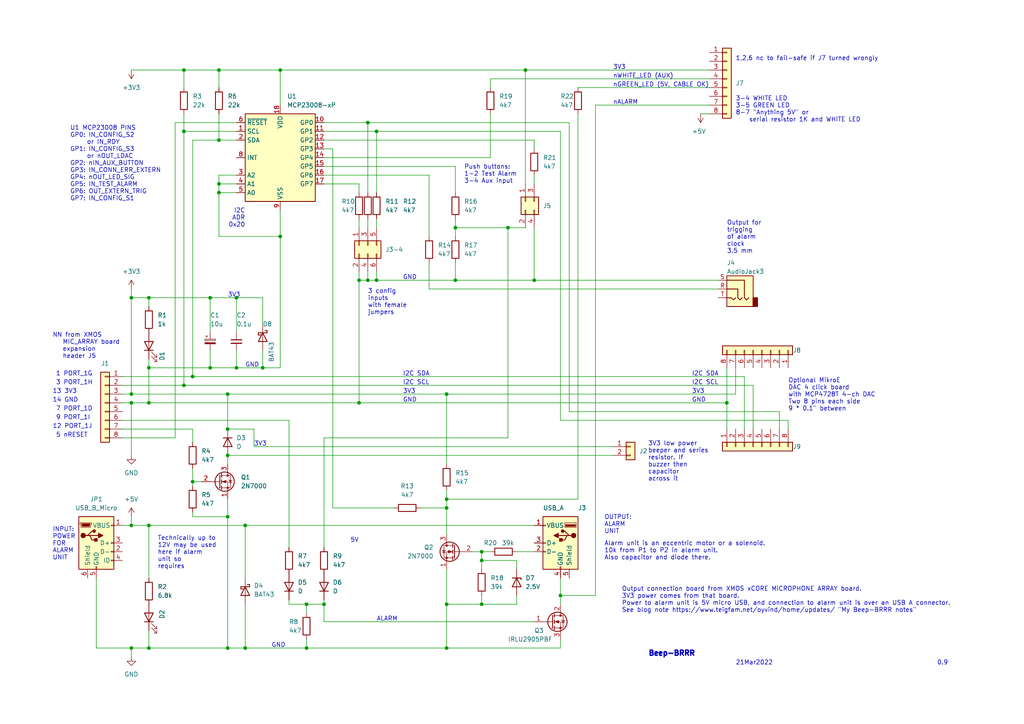
<source format=kicad_sch>
(kicad_sch (version 20211123) (generator eeschema)
  (paper "A4")
  (lib_symbols
    (symbol "Connector:AudioJack3"
      (property "Reference" "J" (at 0 8.89 0))
      (property "Value" "AudioJack3" (at 0 6.35 0))
      (symbol "AudioJack3_0_1"
        (rectangle (start -5.08 -5.08) (end -6.35 -2.54) (stroke (width 0.254)) (fill (type outline)))
        (polyline (pts (xy 0 -2.54) (xy 0.635 -3.175) (xy 1.27 -2.54) (xy 2.54 -2.54)) (stroke (width 0.254)))
        (polyline (pts (xy -1.905 -2.54) (xy -1.27 -3.175) (xy -0.635 -2.54) (xy -0.635 0) (xy 2.54 0)) (stroke (width 0.254)))
        (polyline (pts (xy 2.54 2.54) (xy -2.54 2.54) (xy -2.54 -2.54) (xy -3.175 -3.175) (xy -3.81 -2.54)) (stroke (width 0.254)))
        (rectangle (start 2.54 3.81) (end -5.08 -5.08) (stroke (width 0.254)) (fill (type background)))
      )
      (symbol "AudioJack3_1_1"
        (pin passive line (at 5.08 0 180) (length 2.54) (name "~") (number "R"))
        (pin passive line (at 5.08 2.54 180) (length 2.54) (name "~") (number "S"))
        (pin passive line (at 5.08 -2.54 180) (length 2.54) (name "~") (number "T"))
      )
    )
    (symbol "Connector:USB_A" (pin_names (offset 1.016))
      (property "Reference" "J" (at -5.08 11.43 0))
      (property "Value" "USB_A" (at -5.08 8.89 0))
      (symbol "USB_A_0_1"
        (rectangle (start -5.08 -7.62) (end 5.08 7.62) (stroke (width 0.254)) (fill (type background)))
        (circle (center -3.81 2.159) (radius 0.635) (stroke (width 0.254)) (fill (type outline)))
        (rectangle (start -1.524 4.826) (end -4.318 5.334) (fill (type outline)))
        (rectangle (start -1.27 4.572) (end -4.572 5.842))
        (circle (center -0.635 3.429) (radius 0.381) (stroke (width 0.254)) (fill (type outline)))
        (rectangle (start -0.127 -7.62) (end 0.127 -6.858))
        (polyline (pts (xy -3.175 2.159) (xy -2.54 2.159) (xy -1.27 3.429) (xy -0.635 3.429)) (stroke (width 0.254)))
        (polyline (pts (xy -2.54 2.159) (xy -1.905 2.159) (xy -1.27 0.889) (xy 0 0.889)) (stroke (width 0.254)))
        (polyline (pts (xy 0.635 2.794) (xy 0.635 1.524) (xy 1.905 2.159) (xy 0.635 2.794)) (stroke (width 0.254)) (fill (type outline)))
        (rectangle (start 0.254 1.27) (end -0.508 0.508) (stroke (width 0.254)) (fill (type outline)))
        (rectangle (start 5.08 -2.667) (end 4.318 -2.413))
        (rectangle (start 5.08 -0.127) (end 4.318 0.127))
        (rectangle (start 5.08 4.953) (end 4.318 5.207))
      )
      (symbol "USB_A_1_1"
        (polyline (pts (xy -1.905 2.159) (xy 0.635 2.159)) (stroke (width 0.254)))
        (pin power_in line (at 7.62 5.08 180) (length 2.54) (name "VBUS") (number "1"))
        (pin bidirectional line (at 7.62 -2.54 180) (length 2.54) (name "D-") (number "2"))
        (pin bidirectional line (at 7.62 0 180) (length 2.54) (name "D+") (number "3"))
        (pin power_in line (at 0 -10.16 90) (length 2.54) (name "GND") (number "4"))
        (pin passive line (at -2.54 -10.16 90) (length 2.54) (name "Shield") (number "5"))
      )
    )
    (symbol "Connector:USB_B_Micro" (pin_names (offset 1.016))
      (property "Reference" "J" (at -5.08 11.43 0))
      (property "Value" "USB_B_Micro" (at -5.08 8.89 0))
      (symbol "USB_B_Micro_0_1"
        (rectangle (start -5.08 -7.62) (end 5.08 7.62) (stroke (width 0.254)) (fill (type background)))
        (circle (center -3.81 2.159) (radius 0.635) (stroke (width 0.254)) (fill (type outline)))
        (circle (center -0.635 3.429) (radius 0.381) (stroke (width 0.254)) (fill (type outline)))
        (rectangle (start -0.127 -7.62) (end 0.127 -6.858))
        (polyline (pts (xy -1.905 2.159) (xy 0.635 2.159)) (stroke (width 0.254)))
        (polyline (pts (xy -3.175 2.159) (xy -2.54 2.159) (xy -1.27 3.429) (xy -0.635 3.429)) (stroke (width 0.254)))
        (polyline (pts (xy -2.54 2.159) (xy -1.905 2.159) (xy -1.27 0.889) (xy 0 0.889)) (stroke (width 0.254)))
        (polyline (pts (xy 0.635 2.794) (xy 0.635 1.524) (xy 1.905 2.159) (xy 0.635 2.794)) (stroke (width 0.254)) (fill (type outline)))
        (polyline (pts (xy -4.318 5.588) (xy -1.778 5.588) (xy -2.032 4.826) (xy -4.064 4.826) (xy -4.318 5.588)) (fill (type outline)))
        (polyline (pts (xy -4.699 5.842) (xy -4.699 5.588) (xy -4.445 4.826) (xy -4.445 4.572) (xy -1.651 4.572) (xy -1.651 4.826) (xy -1.397 5.588) (xy -1.397 5.842) (xy -4.699 5.842)))
        (rectangle (start 0.254 1.27) (end -0.508 0.508) (stroke (width 0.254)) (fill (type outline)))
        (rectangle (start 5.08 -5.207) (end 4.318 -4.953))
        (rectangle (start 5.08 -2.667) (end 4.318 -2.413))
        (rectangle (start 5.08 -0.127) (end 4.318 0.127))
        (rectangle (start 5.08 4.953) (end 4.318 5.207))
      )
      (symbol "USB_B_Micro_1_1"
        (pin power_out line (at 7.62 5.08 180) (length 2.54) (name "VBUS") (number "1"))
        (pin bidirectional line (at 7.62 -2.54 180) (length 2.54) (name "D-") (number "2"))
        (pin bidirectional line (at 7.62 0 180) (length 2.54) (name "D+") (number "3"))
        (pin passive line (at 7.62 -5.08 180) (length 2.54) (name "ID") (number "4"))
        (pin power_out line (at 0 -10.16 90) (length 2.54) (name "GND") (number "5"))
        (pin passive line (at -2.54 -10.16 90) (length 2.54) (name "Shield") (number "6"))
      )
    )
    (symbol "Connector_Generic:Conn_01x02" (pin_names (offset 1.016) hide)
      (property "Reference" "J" (at 0 2.54 0))
      (property "Value" "Conn_01x02" (at 0 -5.08 0))
      (symbol "Conn_01x02_1_1"
        (rectangle (start -1.27 -2.413) (end 0 -2.667) (stroke (width 0.1524)))
        (rectangle (start -1.27 0.127) (end 0 -0.127) (stroke (width 0.1524)))
        (rectangle (start -1.27 1.27) (end 1.27 -3.81) (stroke (width 0.254)) (fill (type background)))
        (pin passive line (at -5.08 0 0) (length 3.81) (name "Pin_1") (number "1"))
        (pin passive line (at -5.08 -2.54 0) (length 3.81) (name "Pin_2") (number "2"))
      )
    )
    (symbol "Connector_Generic:Conn_01x08" (pin_names (offset 1.016) hide)
      (property "Reference" "J" (at 0 10.16 0))
      (property "Value" "Conn_01x08" (at 0 -12.7 0))
      (symbol "Conn_01x08_1_1"
        (rectangle (start -1.27 -10.033) (end 0 -10.287) (stroke (width 0.1524)))
        (rectangle (start -1.27 -7.493) (end 0 -7.747) (stroke (width 0.1524)))
        (rectangle (start -1.27 -4.953) (end 0 -5.207) (stroke (width 0.1524)))
        (rectangle (start -1.27 -2.413) (end 0 -2.667) (stroke (width 0.1524)))
        (rectangle (start -1.27 0.127) (end 0 -0.127) (stroke (width 0.1524)))
        (rectangle (start -1.27 2.667) (end 0 2.413) (stroke (width 0.1524)))
        (rectangle (start -1.27 5.207) (end 0 4.953) (stroke (width 0.1524)))
        (rectangle (start -1.27 7.747) (end 0 7.493) (stroke (width 0.1524)))
        (rectangle (start -1.27 8.89) (end 1.27 -11.43) (stroke (width 0.254)) (fill (type background)))
        (pin passive line (at -5.08 7.62 0) (length 3.81) (name "Pin_1") (number "1"))
        (pin passive line (at -5.08 5.08 0) (length 3.81) (name "Pin_2") (number "2"))
        (pin passive line (at -5.08 2.54 0) (length 3.81) (name "Pin_3") (number "3"))
        (pin passive line (at -5.08 0 0) (length 3.81) (name "Pin_4") (number "4"))
        (pin passive line (at -5.08 -2.54 0) (length 3.81) (name "Pin_5") (number "5"))
        (pin passive line (at -5.08 -5.08 0) (length 3.81) (name "Pin_6") (number "6"))
        (pin passive line (at -5.08 -7.62 0) (length 3.81) (name "Pin_7") (number "7"))
        (pin passive line (at -5.08 -10.16 0) (length 3.81) (name "Pin_8") (number "8"))
      )
    )
    (symbol "Connector_Generic:Conn_02x02_Odd_Even" (pin_names (offset 1.016) hide)
      (property "Reference" "J" (at 1.27 2.54 0))
      (property "Value" "Conn_02x02_Odd_Even" (at 1.27 -5.08 0))
      (symbol "Conn_02x02_Odd_Even_1_1"
        (rectangle (start -1.27 -2.413) (end 0 -2.667) (stroke (width 0.1524)))
        (rectangle (start -1.27 0.127) (end 0 -0.127) (stroke (width 0.1524)))
        (rectangle (start -1.27 1.27) (end 3.81 -3.81) (stroke (width 0.254)) (fill (type background)))
        (rectangle (start 3.81 -2.413) (end 2.54 -2.667) (stroke (width 0.1524)))
        (rectangle (start 3.81 0.127) (end 2.54 -0.127) (stroke (width 0.1524)))
        (pin passive line (at -5.08 0 0) (length 3.81) (name "Pin_1") (number "1"))
        (pin passive line (at 7.62 0 180) (length 3.81) (name "Pin_2") (number "2"))
        (pin passive line (at -5.08 -2.54 0) (length 3.81) (name "Pin_3") (number "3"))
        (pin passive line (at 7.62 -2.54 180) (length 3.81) (name "Pin_4") (number "4"))
      )
    )
    (symbol "Connector_Generic:Conn_02x03_Odd_Even" (pin_names (offset 1.016) hide)
      (property "Reference" "J" (at 1.27 5.08 0))
      (property "Value" "Conn_02x03_Odd_Even" (at 1.27 -5.08 0))
      (symbol "Conn_02x03_Odd_Even_1_1"
        (rectangle (start -1.27 -2.413) (end 0 -2.667) (stroke (width 0.1524)))
        (rectangle (start -1.27 0.127) (end 0 -0.127) (stroke (width 0.1524)))
        (rectangle (start -1.27 2.667) (end 0 2.413) (stroke (width 0.1524)))
        (rectangle (start -1.27 3.81) (end 3.81 -3.81) (stroke (width 0.254)) (fill (type background)))
        (rectangle (start 3.81 -2.413) (end 2.54 -2.667) (stroke (width 0.1524)))
        (rectangle (start 3.81 0.127) (end 2.54 -0.127) (stroke (width 0.1524)))
        (rectangle (start 3.81 2.667) (end 2.54 2.413) (stroke (width 0.1524)))
        (pin passive line (at -5.08 2.54 0) (length 3.81) (name "Pin_1") (number "1"))
        (pin passive line (at 7.62 2.54 180) (length 3.81) (name "Pin_2") (number "2"))
        (pin passive line (at -5.08 0 0) (length 3.81) (name "Pin_3") (number "3"))
        (pin passive line (at 7.62 0 180) (length 3.81) (name "Pin_4") (number "4"))
        (pin passive line (at -5.08 -2.54 0) (length 3.81) (name "Pin_5") (number "5"))
        (pin passive line (at 7.62 -2.54 180) (length 3.81) (name "Pin_6") (number "6"))
      )
    )
    (symbol "Device:C_Polarized_Small" (pin_numbers hide) (pin_names (offset 0.254) hide)
      (property "Reference" "C" (at 0.254 1.778 0))
      (property "Value" "C_Polarized_Small" (at 0.254 -2.032 0))
      (symbol "C_Polarized_Small_0_1"
        (rectangle (start -1.524 -0.3048) (end 1.524 -0.6858) (fill (type outline)))
        (rectangle (start -1.524 0.6858) (end 1.524 0.3048))
        (polyline (pts (xy -1.27 1.524) (xy -0.762 1.524)))
        (polyline (pts (xy -1.016 1.27) (xy -1.016 1.778)))
      )
      (symbol "C_Polarized_Small_1_1"
        (pin passive line (at 0 2.54 270) (length 1.8542) (name "~") (number "1"))
        (pin passive line (at 0 -2.54 90) (length 1.8542) (name "~") (number "2"))
      )
    )
    (symbol "Device:C_Small" (pin_numbers hide) (pin_names (offset 0.254) hide)
      (property "Reference" "C" (at 0.254 1.778 0))
      (property "Value" "C_Small" (at 0.254 -2.032 0))
      (symbol "C_Small_0_1"
        (polyline (pts (xy -1.524 -0.508) (xy 1.524 -0.508)) (stroke (width 0.3302)))
        (polyline (pts (xy -1.524 0.508) (xy 1.524 0.508)) (stroke (width 0.3048)))
      )
      (symbol "C_Small_1_1"
        (pin passive line (at 0 2.54 270) (length 2.032) (name "~") (number "1"))
        (pin passive line (at 0 -2.54 90) (length 2.032) (name "~") (number "2"))
      )
    )
    (symbol "Device:D" (pin_numbers hide) (pin_names (offset 1.016) hide)
      (property "Reference" "D" (at 0 2.54 0))
      (property "Value" "D" (at 0 -2.54 0))
      (symbol "D_0_1"
        (polyline (pts (xy -1.27 1.27) (xy -1.27 -1.27)) (stroke (width 0.254)))
        (polyline (pts (xy 1.27 0) (xy -1.27 0)))
        (polyline (pts (xy 1.27 1.27) (xy 1.27 -1.27) (xy -1.27 0) (xy 1.27 1.27)) (stroke (width 0.254)))
      )
      (symbol "D_1_1"
        (pin passive line (at -3.81 0 0) (length 2.54) (name "K") (number "1"))
        (pin passive line (at 3.81 0 180) (length 2.54) (name "A") (number "2"))
      )
    )
    (symbol "Device:D_Zener" (pin_numbers hide) (pin_names (offset 1.016) hide)
      (property "Reference" "D" (at 0 2.54 0))
      (property "Value" "D_Zener" (at 0 -2.54 0))
      (symbol "D_Zener_0_1"
        (polyline (pts (xy 1.27 0) (xy -1.27 0)))
        (polyline (pts (xy -1.27 -1.27) (xy -1.27 1.27) (xy -0.762 1.27)) (stroke (width 0.254)))
        (polyline (pts (xy 1.27 -1.27) (xy 1.27 1.27) (xy -1.27 0) (xy 1.27 -1.27)) (stroke (width 0.254)))
      )
      (symbol "D_Zener_1_1"
        (pin passive line (at -3.81 0 0) (length 2.54) (name "K") (number "1"))
        (pin passive line (at 3.81 0 180) (length 2.54) (name "A") (number "2"))
      )
    )
    (symbol "Device:LED" (pin_numbers hide) (pin_names (offset 1.016) hide)
      (property "Reference" "D" (at 0 2.54 0))
      (property "Value" "LED" (at 0 -2.54 0))
      (symbol "LED_0_1"
        (polyline (pts (xy -1.27 -1.27) (xy -1.27 1.27)) (stroke (width 0.254)))
        (polyline (pts (xy -1.27 0) (xy 1.27 0)))
        (polyline (pts (xy 1.27 -1.27) (xy 1.27 1.27) (xy -1.27 0) (xy 1.27 -1.27)) (stroke (width 0.254)))
        (polyline (pts (xy -3.048 -0.762) (xy -4.572 -2.286) (xy -3.81 -2.286) (xy -4.572 -2.286) (xy -4.572 -1.524)))
        (polyline (pts (xy -1.778 -0.762) (xy -3.302 -2.286) (xy -2.54 -2.286) (xy -3.302 -2.286) (xy -3.302 -1.524)))
      )
      (symbol "LED_1_1"
        (pin passive line (at -3.81 0 0) (length 2.54) (name "K") (number "1"))
        (pin passive line (at 3.81 0 180) (length 2.54) (name "A") (number "2"))
      )
    )
    (symbol "Device:R" (pin_numbers hide) (pin_names (offset 0))
      (property "Reference" "R" (at 2.032 0 90))
      (property "Value" "R" (at 0 0 90))
      (symbol "R_0_1"
        (rectangle (start -1.016 -2.54) (end 1.016 2.54) (stroke (width 0.254)))
      )
      (symbol "R_1_1"
        (pin passive line (at 0 3.81 270) (length 1.27) (name "~") (number "1"))
        (pin passive line (at 0 -3.81 90) (length 1.27) (name "~") (number "2"))
      )
    )
    (symbol "Diode:BAT43" (pin_numbers hide) (pin_names (offset 1.016) hide)
      (property "Reference" "D" (at 0 2.54 0))
      (property "Value" "BAT43" (at 0 -2.54 0))
      (symbol "BAT43_0_1"
        (polyline (pts (xy 1.27 0) (xy -1.27 0)))
        (polyline (pts (xy 1.27 1.27) (xy 1.27 -1.27) (xy -1.27 0) (xy 1.27 1.27)) (stroke (width 0.254)))
        (polyline (pts (xy -1.905 0.635) (xy -1.905 1.27) (xy -1.27 1.27) (xy -1.27 -1.27) (xy -0.635 -1.27) (xy -0.635 -0.635)) (stroke (width 0.254)))
      )
      (symbol "BAT43_1_1"
        (pin passive line (at -3.81 0 0) (length 2.54) (name "K") (number "1"))
        (pin passive line (at 3.81 0 180) (length 2.54) (name "A") (number "2"))
      )
    )
    (symbol "Interface_Expansion:MCP23008-xP"
      (property "Reference" "U" (at -8.89 13.97 0))
      (property "Value" "MCP23008-xP" (at 8.89 13.97 0))
      (symbol "MCP23008-xP_0_1"
        (rectangle (start -10.16 12.7) (end 10.16 -12.7) (stroke (width 0.254)) (fill (type background)))
      )
      (symbol "MCP23008-xP_1_1"
        (pin input line (at -12.7 7.62 0) (length 2.54) (name "SCL") (number "1"))
        (pin bidirectional line (at 12.7 10.16 180) (length 2.54) (name "GP0") (number "10"))
        (pin bidirectional line (at 12.7 7.62 180) (length 2.54) (name "GP1") (number "11"))
        (pin bidirectional line (at 12.7 5.08 180) (length 2.54) (name "GP2") (number "12"))
        (pin bidirectional line (at 12.7 2.54 180) (length 2.54) (name "GP3") (number "13"))
        (pin bidirectional line (at 12.7 0 180) (length 2.54) (name "GP4") (number "14"))
        (pin bidirectional line (at 12.7 -2.54 180) (length 2.54) (name "GP5") (number "15"))
        (pin bidirectional line (at 12.7 -5.08 180) (length 2.54) (name "GP6") (number "16"))
        (pin bidirectional line (at 12.7 -7.62 180) (length 2.54) (name "GP7") (number "17"))
        (pin power_in line (at 0 15.24 270) (length 2.54) (name "VDD") (number "18"))
        (pin bidirectional line (at -12.7 5.08 0) (length 2.54) (name "SDA") (number "2"))
        (pin input line (at -12.7 -5.08 0) (length 2.54) (name "A2") (number "3"))
        (pin input line (at -12.7 -7.62 0) (length 2.54) (name "A1") (number "4"))
        (pin input line (at -12.7 -10.16 0) (length 2.54) (name "A0") (number "5"))
        (pin input line (at -12.7 10.16 0) (length 2.54) (name "~{RESET}") (number "6"))
        (pin no_connect line (at -10.16 -2.54 0) (length 2.54) hide (name "NC") (number "7"))
        (pin output line (at -12.7 0 0) (length 2.54) (name "INT") (number "8"))
        (pin power_in line (at 0 -15.24 90) (length 2.54) (name "VSS") (number "9"))
      )
    )
    (symbol "Transistor_FET:2N7000" (pin_names hide)
      (property "Reference" "Q" (at 5.08 1.905 0))
      (property "Value" "2N7000" (at 5.08 0 0))
      (symbol "2N7000_0_1"
        (polyline (pts (xy 0.254 0) (xy -2.54 0)))
        (polyline (pts (xy 0.254 1.905) (xy 0.254 -1.905)) (stroke (width 0.254)))
        (polyline (pts (xy 0.762 -1.27) (xy 0.762 -2.286)) (stroke (width 0.254)))
        (polyline (pts (xy 0.762 0.508) (xy 0.762 -0.508)) (stroke (width 0.254)))
        (polyline (pts (xy 0.762 2.286) (xy 0.762 1.27)) (stroke (width 0.254)))
        (polyline (pts (xy 2.54 2.54) (xy 2.54 1.778)))
        (polyline (pts (xy 2.54 -2.54) (xy 2.54 0) (xy 0.762 0)))
        (polyline (pts (xy 0.762 -1.778) (xy 3.302 -1.778) (xy 3.302 1.778) (xy 0.762 1.778)))
        (polyline (pts (xy 1.016 0) (xy 2.032 0.381) (xy 2.032 -0.381) (xy 1.016 0)) (fill (type outline)))
        (polyline (pts (xy 2.794 0.508) (xy 2.921 0.381) (xy 3.683 0.381) (xy 3.81 0.254)))
        (polyline (pts (xy 3.302 0.381) (xy 2.921 -0.254) (xy 3.683 -0.254) (xy 3.302 0.381)))
        (circle (center 1.651 0) (radius 2.794) (stroke (width 0.254)))
        (circle (center 2.54 -1.778) (radius 0.254) (fill (type outline)))
        (circle (center 2.54 1.778) (radius 0.254) (fill (type outline)))
      )
      (symbol "2N7000_1_1"
        (pin passive line (at 2.54 -5.08 90) (length 2.54) (name "S") (number "1"))
        (pin input line (at -5.08 0 0) (length 2.54) (name "G") (number "2"))
        (pin passive line (at 2.54 5.08 270) (length 2.54) (name "D") (number "3"))
      )
    )
    (symbol "Transistor_FET:IRF540N" (pin_names hide)
      (property "Reference" "Q" (at 6.35 1.905 0))
      (property "Value" "IRF540N" (at 6.35 0 0))
      (symbol "IRF540N_0_1"
        (polyline (pts (xy 0.254 0) (xy -2.54 0)))
        (polyline (pts (xy 0.254 1.905) (xy 0.254 -1.905)) (stroke (width 0.254)))
        (polyline (pts (xy 0.762 -1.27) (xy 0.762 -2.286)) (stroke (width 0.254)))
        (polyline (pts (xy 0.762 0.508) (xy 0.762 -0.508)) (stroke (width 0.254)))
        (polyline (pts (xy 0.762 2.286) (xy 0.762 1.27)) (stroke (width 0.254)))
        (polyline (pts (xy 2.54 2.54) (xy 2.54 1.778)))
        (polyline (pts (xy 2.54 -2.54) (xy 2.54 0) (xy 0.762 0)))
        (polyline (pts (xy 0.762 -1.778) (xy 3.302 -1.778) (xy 3.302 1.778) (xy 0.762 1.778)))
        (polyline (pts (xy 1.016 0) (xy 2.032 0.381) (xy 2.032 -0.381) (xy 1.016 0)) (fill (type outline)))
        (polyline (pts (xy 2.794 0.508) (xy 2.921 0.381) (xy 3.683 0.381) (xy 3.81 0.254)))
        (polyline (pts (xy 3.302 0.381) (xy 2.921 -0.254) (xy 3.683 -0.254) (xy 3.302 0.381)))
        (circle (center 1.651 0) (radius 2.794) (stroke (width 0.254)))
        (circle (center 2.54 -1.778) (radius 0.254) (fill (type outline)))
        (circle (center 2.54 1.778) (radius 0.254) (fill (type outline)))
      )
      (symbol "IRF540N_1_1"
        (pin input line (at -5.08 0 0) (length 2.54) (name "G") (number "1"))
        (pin passive line (at 2.54 5.08 270) (length 2.54) (name "D") (number "2"))
        (pin passive line (at 2.54 -5.08 90) (length 2.54) (name "S") (number "3"))
      )
    )
    (symbol "power:+3.3V" (power) (pin_names (offset 0))
      (property "Value" "+3.3V" (at 0 3.556 0))
      (symbol "+3.3V_0_1"
        (polyline (pts (xy -0.762 1.27) (xy 0 2.54)))
        (polyline (pts (xy 0 0) (xy 0 2.54)))
        (polyline (pts (xy 0 2.54) (xy 0.762 1.27)))
      )
      (symbol "+3.3V_1_1"
        (pin power_in line (at 0 0 90) (length 0) hide (name "+3V3") (number "1"))
      )
    )
    (symbol "power:+5V" (power) (pin_names (offset 0))
      (property "Value" "+5V" (at 0 3.556 0))
      (symbol "+5V_0_1"
        (polyline (pts (xy -0.762 1.27) (xy 0 2.54)))
        (polyline (pts (xy 0 0) (xy 0 2.54)))
        (polyline (pts (xy 0 2.54) (xy 0.762 1.27)))
      )
      (symbol "+5V_1_1"
        (pin power_in line (at 0 0 90) (length 0) hide (name "+5V") (number "1"))
      )
    )
    (symbol "power:GND" (power) (pin_names (offset 0))
      (property "Value" "GND" (at 0 -3.81 0))
      (symbol "GND_0_1"
        (polyline (pts (xy 0 0) (xy 0 -1.27) (xy 1.27 -1.27) (xy 0 -2.54) (xy -1.27 -1.27) (xy 0 -1.27)))
      )
      (symbol "GND_1_1"
        (pin power_in line (at 0 0 270) (length 0) hide (name "GND") (number "1"))
      )
    )
  )
  (junction (at 43.18 106.68))
  (junction (at 147.32 66.04))
  (junction (at 66.04 124.46))
  (junction (at 38.1 116.84))
  (junction (at 53.34 111.76))
  (junction (at 71.12 187.96))
  (junction (at 76.2 106.68))
  (junction (at 43.18 187.96))
  (junction (at 152.4 20.32))
  (junction (at 139.7 160.02))
  (junction (at 71.12 152.4))
  (junction (at 38.1 187.96))
  (junction (at 38.1 114.3))
  (junction (at 93.98 175.26))
  (junction (at 60.96 106.68))
  (junction (at 139.7 175.26))
  (junction (at 129.54 175.26))
  (junction (at 88.9 187.96))
  (junction (at 43.18 86.36))
  (junction (at 81.28 68.58))
  (junction (at 68.58 86.36))
  (junction (at 109.22 38.1))
  (junction (at 66.04 132.08))
  (junction (at 43.18 116.84))
  (junction (at 104.14 116.84))
  (junction (at 43.18 152.4))
  (junction (at 38.1 152.4))
  (junction (at 109.22 81.28))
  (junction (at 63.5 20.32))
  (junction (at 66.04 187.96))
  (junction (at 66.04 114.3))
  (junction (at 129.54 144.78))
  (junction (at 63.5 53.34))
  (junction (at 132.08 66.04))
  (junction (at 81.28 20.32))
  (junction (at 63.5 55.88))
  (junction (at 53.34 38.1))
  (junction (at 53.34 20.32))
  (junction (at 104.14 81.28))
  (junction (at 154.94 81.28))
  (junction (at 210.82 116.84))
  (junction (at 63.5 40.64))
  (junction (at 38.1 86.36))
  (junction (at 68.58 106.68))
  (junction (at 139.7 162.56))
  (junction (at 129.54 114.3))
  (junction (at 132.08 81.28))
  (junction (at 106.68 81.28))
  (junction (at 66.04 149.86))
  (junction (at 162.56 172.72))
  (junction (at 55.88 109.22))
  (junction (at 55.88 139.7))
  (junction (at 129.54 147.32))
  (junction (at 129.54 187.96))
  (junction (at 88.9 175.26))
  (junction (at 106.68 35.56))
  (junction (at 60.96 86.36))
  (wire (pts (xy 228.6 121.92) (xy 162.56 121.92)))
  (wire (pts (xy 129.54 165.1) (xy 129.54 175.26)))
  (wire (pts (xy 104.14 116.84) (xy 210.82 116.84)))
  (wire (pts (xy 165.1 35.56) (xy 165.1 119.38)))
  (wire (pts (xy 60.96 106.68) (xy 68.58 106.68)))
  (wire (pts (xy 104.14 53.34) (xy 104.14 55.88)))
  (wire (pts (xy 154.94 66.04) (xy 154.94 81.28)))
  (wire (pts (xy 129.54 175.26) (xy 129.54 187.96)))
  (wire (pts (xy 139.7 160.02) (xy 139.7 162.56)))
  (wire (pts (xy 43.18 187.96) (xy 66.04 187.96)))
  (wire (pts (xy 106.68 81.28) (xy 109.22 81.28)))
  (wire (pts (xy 66.04 144.78) (xy 66.04 149.86)))
  (wire (pts (xy 68.58 55.88) (xy 63.5 55.88)))
  (wire (pts (xy 63.5 53.34) (xy 63.5 55.88)))
  (wire (pts (xy 68.58 106.68) (xy 68.58 101.6)))
  (wire (pts (xy 177.8 129.54) (xy 73.66 129.54)))
  (wire (pts (xy 93.98 40.64) (xy 154.94 40.64)))
  (wire (pts (xy 43.18 182.88) (xy 43.18 187.96)))
  (wire (pts (xy 167.64 25.4) (xy 205.74 25.4)))
  (wire (pts (xy 96.52 147.32) (xy 114.3 147.32)))
  (wire (pts (xy 149.86 160.02) (xy 154.94 160.02)))
  (wire (pts (xy 152.4 20.32) (xy 205.74 20.32)))
  (wire (pts (xy 93.98 180.34) (xy 154.94 180.34)))
  (wire (pts (xy 106.68 35.56) (xy 165.1 35.56)))
  (wire (pts (xy 93.98 53.34) (xy 104.14 53.34)))
  (wire (pts (xy 129.54 114.3) (xy 129.54 134.62)))
  (wire (pts (xy 104.14 81.28) (xy 104.14 116.84)))
  (wire (pts (xy 55.88 139.7) (xy 58.42 139.7)))
  (wire (pts (xy 109.22 38.1) (xy 109.22 55.88)))
  (wire (pts (xy 60.96 86.36) (xy 60.96 96.52)))
  (wire (pts (xy 43.18 152.4) (xy 43.18 167.64)))
  (wire (pts (xy 83.82 175.26) (xy 83.82 173.99)))
  (wire (pts (xy 83.82 175.26) (xy 88.9 175.26)))
  (wire (pts (xy 63.5 50.8) (xy 63.5 53.34)))
  (wire (pts (xy 60.96 86.36) (xy 68.58 86.36)))
  (wire (pts (xy 106.68 81.28) (xy 106.68 78.74)))
  (wire (pts (xy 35.56 109.22) (xy 55.88 109.22)))
  (wire (pts (xy 152.4 20.32) (xy 152.4 53.34)))
  (wire (pts (xy 43.18 86.36) (xy 60.96 86.36)))
  (wire (pts (xy 137.16 160.02) (xy 139.7 160.02)))
  (wire (pts (xy 139.7 175.26) (xy 149.86 175.26)))
  (wire (pts (xy 104.14 78.74) (xy 104.14 81.28)))
  (wire (pts (xy 165.1 119.38) (xy 226.06 119.38)))
  (wire (pts (xy 104.14 63.5) (xy 104.14 66.04)))
  (wire (pts (xy 88.9 175.26) (xy 93.98 175.26)))
  (wire (pts (xy 68.58 50.8) (xy 63.5 50.8)))
  (wire (pts (xy 63.5 40.64) (xy 68.58 40.64)))
  (wire (pts (xy 93.98 45.72) (xy 142.24 45.72)))
  (wire (pts (xy 83.82 121.92) (xy 83.82 158.75)))
  (wire (pts (xy 132.08 66.04) (xy 132.08 68.58)))
  (wire (pts (xy 38.1 20.32) (xy 53.34 20.32)))
  (wire (pts (xy 129.54 175.26) (xy 139.7 175.26)))
  (wire (pts (xy 53.34 38.1) (xy 53.34 111.76)))
  (wire (pts (xy 154.94 40.64) (xy 154.94 43.18)))
  (wire (pts (xy 35.56 152.4) (xy 38.1 152.4)))
  (wire (pts (xy 43.18 106.68) (xy 43.18 116.84)))
  (wire (pts (xy 139.7 162.56) (xy 139.7 165.1)))
  (wire (pts (xy 210.82 106.68) (xy 210.82 116.84)))
  (wire (pts (xy 121.92 147.32) (xy 129.54 147.32)))
  (wire (pts (xy 66.04 124.46) (xy 73.66 124.46)))
  (wire (pts (xy 205.74 22.86) (xy 142.24 22.86)))
  (wire (pts (xy 38.1 187.96) (xy 38.1 190.5)))
  (wire (pts (xy 132.08 66.04) (xy 147.32 66.04)))
  (wire (pts (xy 66.04 149.86) (xy 66.04 187.96)))
  (wire (pts (xy 68.58 106.68) (xy 76.2 106.68)))
  (wire (pts (xy 53.34 38.1) (xy 68.58 38.1)))
  (wire (pts (xy 213.36 114.3) (xy 213.36 106.68)))
  (wire (pts (xy 50.8 35.56) (xy 50.8 127)))
  (wire (pts (xy 149.86 172.72) (xy 149.86 175.26)))
  (wire (pts (xy 63.5 68.58) (xy 81.28 68.58)))
  (wire (pts (xy 109.22 81.28) (xy 132.08 81.28)))
  (wire (pts (xy 129.54 144.78) (xy 129.54 147.32)))
  (wire (pts (xy 106.68 63.5) (xy 106.68 66.04)))
  (wire (pts (xy 208.28 83.82) (xy 124.46 83.82)))
  (wire (pts (xy 104.14 81.28) (xy 106.68 81.28)))
  (wire (pts (xy 38.1 86.36) (xy 38.1 114.3)))
  (wire (pts (xy 60.96 106.68) (xy 60.96 101.6)))
  (wire (pts (xy 154.94 50.8) (xy 154.94 53.34)))
  (wire (pts (xy 129.54 147.32) (xy 129.54 154.94)))
  (wire (pts (xy 76.2 101.6) (xy 76.2 106.68)))
  (wire (pts (xy 71.12 187.96) (xy 88.9 187.96)))
  (wire (pts (xy 73.66 129.54) (xy 73.66 124.46)))
  (wire (pts (xy 109.22 63.5) (xy 109.22 66.04)))
  (wire (pts (xy 66.04 132.08) (xy 177.8 132.08)))
  (wire (pts (xy 55.88 148.59) (xy 55.88 149.86)))
  (wire (pts (xy 215.9 109.22) (xy 215.9 124.46)))
  (wire (pts (xy 71.12 152.4) (xy 154.94 152.4)))
  (wire (pts (xy 53.34 33.02) (xy 53.34 38.1)))
  (wire (pts (xy 139.7 162.56) (xy 149.86 162.56)))
  (wire (pts (xy 129.54 144.78) (xy 167.64 144.78)))
  (wire (pts (xy 129.54 114.3) (xy 213.36 114.3)))
  (wire (pts (xy 71.12 152.4) (xy 71.12 167.64)))
  (wire (pts (xy 210.82 116.84) (xy 210.82 124.46)))
  (wire (pts (xy 147.32 66.04) (xy 147.32 127)))
  (wire (pts (xy 55.88 135.89) (xy 55.88 139.7)))
  (wire (pts (xy 88.9 187.96) (xy 129.54 187.96)))
  (wire (pts (xy 93.98 50.8) (xy 124.46 50.8)))
  (wire (pts (xy 55.88 124.46) (xy 55.88 128.27)))
  (wire (pts (xy 88.9 185.42) (xy 88.9 187.96)))
  (wire (pts (xy 35.56 111.76) (xy 53.34 111.76)))
  (wire (pts (xy 93.98 43.18) (xy 96.52 43.18)))
  (wire (pts (xy 63.5 33.02) (xy 63.5 40.64)))
  (wire (pts (xy 68.58 86.36) (xy 68.58 96.52)))
  (wire (pts (xy 38.1 114.3) (xy 66.04 114.3)))
  (wire (pts (xy 35.56 124.46) (xy 55.88 124.46)))
  (wire (pts (xy 172.72 30.48) (xy 172.72 172.72)))
  (wire (pts (xy 139.7 160.02) (xy 142.24 160.02)))
  (wire (pts (xy 38.1 152.4) (xy 43.18 152.4)))
  (wire (pts (xy 96.52 43.18) (xy 96.52 147.32)))
  (wire (pts (xy 27.94 187.96) (xy 38.1 187.96)))
  (wire (pts (xy 162.56 167.64) (xy 162.56 172.72)))
  (wire (pts (xy 106.68 35.56) (xy 106.68 55.88)))
  (wire (pts (xy 93.98 173.99) (xy 93.98 175.26)))
  (wire (pts (xy 38.1 116.84) (xy 38.1 132.08)))
  (wire (pts (xy 228.6 124.46) (xy 228.6 121.92)))
  (wire (pts (xy 93.98 38.1) (xy 109.22 38.1)))
  (wire (pts (xy 55.88 140.97) (xy 55.88 139.7)))
  (wire (pts (xy 53.34 111.76) (xy 218.44 111.76)))
  (wire (pts (xy 81.28 68.58) (xy 81.28 106.68)))
  (wire (pts (xy 63.5 55.88) (xy 63.5 68.58)))
  (wire (pts (xy 43.18 106.68) (xy 60.96 106.68)))
  (wire (pts (xy 132.08 48.26) (xy 132.08 55.88)))
  (wire (pts (xy 43.18 116.84) (xy 104.14 116.84)))
  (wire (pts (xy 43.18 104.14) (xy 43.18 106.68)))
  (wire (pts (xy 162.56 172.72) (xy 172.72 172.72)))
  (wire (pts (xy 124.46 50.8) (xy 124.46 68.58)))
  (wire (pts (xy 38.1 116.84) (xy 43.18 116.84)))
  (wire (pts (xy 68.58 86.36) (xy 76.2 86.36)))
  (wire (pts (xy 147.32 66.04) (xy 152.4 66.04)))
  (wire (pts (xy 162.56 187.96) (xy 162.56 185.42)))
  (wire (pts (xy 71.12 175.26) (xy 71.12 187.96)))
  (wire (pts (xy 35.56 121.92) (xy 83.82 121.92)))
  (wire (pts (xy 53.34 20.32) (xy 63.5 20.32)))
  (wire (pts (xy 63.5 20.32) (xy 81.28 20.32)))
  (wire (pts (xy 147.32 127) (xy 93.98 127)))
  (wire (pts (xy 124.46 76.2) (xy 124.46 83.82)))
  (wire (pts (xy 208.28 81.28) (xy 154.94 81.28)))
  (wire (pts (xy 226.06 119.38) (xy 226.06 124.46)))
  (wire (pts (xy 81.28 20.32) (xy 81.28 30.48)))
  (wire (pts (xy 142.24 33.02) (xy 142.24 45.72)))
  (wire (pts (xy 35.56 127) (xy 50.8 127)))
  (wire (pts (xy 66.04 132.08) (xy 66.04 134.62)))
  (wire (pts (xy 35.56 114.3) (xy 38.1 114.3)))
  (wire (pts (xy 50.8 35.56) (xy 68.58 35.56)))
  (wire (pts (xy 66.04 114.3) (xy 129.54 114.3)))
  (wire (pts (xy 38.1 149.86) (xy 38.1 152.4)))
  (wire (pts (xy 167.64 33.02) (xy 167.64 144.78)))
  (wire (pts (xy 43.18 152.4) (xy 71.12 152.4)))
  (wire (pts (xy 35.56 116.84) (xy 38.1 116.84)))
  (wire (pts (xy 76.2 93.98) (xy 76.2 86.36)))
  (wire (pts (xy 172.72 30.48) (xy 205.74 30.48)))
  (wire (pts (xy 38.1 86.36) (xy 43.18 86.36)))
  (wire (pts (xy 27.94 167.64) (xy 27.94 187.96)))
  (wire (pts (xy 109.22 38.1) (xy 162.56 38.1)))
  (wire (pts (xy 53.34 20.32) (xy 53.34 25.4)))
  (wire (pts (xy 76.2 106.68) (xy 81.28 106.68)))
  (wire (pts (xy 55.88 109.22) (xy 215.9 109.22)))
  (wire (pts (xy 139.7 172.72) (xy 139.7 175.26)))
  (wire (pts (xy 66.04 187.96) (xy 71.12 187.96)))
  (wire (pts (xy 203.2 33.02) (xy 205.74 33.02)))
  (wire (pts (xy 149.86 162.56) (xy 149.86 165.1)))
  (wire (pts (xy 93.98 35.56) (xy 106.68 35.56)))
  (wire (pts (xy 66.04 114.3) (xy 66.04 124.46)))
  (wire (pts (xy 55.88 149.86) (xy 66.04 149.86)))
  (wire (pts (xy 132.08 76.2) (xy 132.08 81.28)))
  (wire (pts (xy 68.58 53.34) (xy 63.5 53.34)))
  (wire (pts (xy 162.56 172.72) (xy 162.56 175.26)))
  (wire (pts (xy 81.28 60.96) (xy 81.28 68.58)))
  (wire (pts (xy 93.98 48.26) (xy 132.08 48.26)))
  (wire (pts (xy 63.5 20.32) (xy 63.5 25.4)))
  (wire (pts (xy 109.22 78.74) (xy 109.22 81.28)))
  (wire (pts (xy 93.98 127) (xy 93.98 158.75)))
  (wire (pts (xy 162.56 121.92) (xy 162.56 38.1)))
  (wire (pts (xy 218.44 111.76) (xy 218.44 124.46)))
  (wire (pts (xy 43.18 86.36) (xy 43.18 88.9)))
  (wire (pts (xy 142.24 22.86) (xy 142.24 25.4)))
  (wire (pts (xy 38.1 83.82) (xy 38.1 86.36)))
  (wire (pts (xy 55.88 40.64) (xy 55.88 109.22)))
  (wire (pts (xy 81.28 20.32) (xy 152.4 20.32)))
  (wire (pts (xy 88.9 175.26) (xy 88.9 177.8)))
  (wire (pts (xy 93.98 175.26) (xy 93.98 180.34)))
  (wire (pts (xy 55.88 40.64) (xy 63.5 40.64)))
  (wire (pts (xy 132.08 81.28) (xy 154.94 81.28)))
  (wire (pts (xy 132.08 63.5) (xy 132.08 66.04)))
  (wire (pts (xy 38.1 187.96) (xy 43.18 187.96)))
  (wire (pts (xy 129.54 187.96) (xy 162.56 187.96)))
  (wire (pts (xy 129.54 142.24) (xy 129.54 144.78)))
  (text "NN from XMOS\n   MIC_ARRAY board\n   expansion\n   header J5" (at 15.24 104.14 0) (effects (font (size 1.27 1.27)) (justify left bottom)))
  (text "GND" (at 200.66 116.84 0) (effects (font (size 1.27 1.27)) (justify left bottom)))
  (text "nWHITE_LED (AUX)" (at 177.8 22.86 0) (effects (font (size 1.27 1.27)) (justify left bottom)))
  (text "21Mar2022" (at 213.36 193.04 0) (effects (font (size 1.27 1.27)) (justify left bottom)))
  (text "3V3" (at 116.84 114.3 0) (effects (font (size 1.27 1.27)) (justify left bottom)))
  (text "3-4 WHITE LED\n3-5 GREEN LED\n8-7 \"Anything 5V\" or \n    serial resistor 1K and WHITE LED" (at 213.36 35.56 0) (effects (font (size 1.27 1.27)) (justify left bottom)))
  (text "I2C\nADR\n0x20" (at 71.12 66.04 180) (effects (font (size 1.27 1.27)) (justify right bottom)))
  (text " 5 nRESET" (at 15.24 127 0) (effects (font (size 1.27 1.27)) (justify left bottom)))
  (text " 3 PORT_1H" (at 15.24 111.76 0) (effects (font (size 1.27 1.27)) (justify left bottom)))
  (text "Output connection board from XMOS xCORE MICROPHONE ARRAY board.\n3V3 power comes from that board.\nPower to alarm unit is 5V micro USB, and connection to alarm unit is over an USB A connector. \nSee blog note https://www.teigfam.net/oyvind/home/updates/ \"My Beep-BRRR notes\"" (at 180.34 177.8 0) (effects (font (size 1.27 1.27)) (justify left bottom)))
  (text "I2C SCL" (at 116.84 111.76 0) (effects (font (size 1.27 1.27)) (justify left bottom)))
  (text "3V3" (at 73.66 129.54 0) (effects (font (size 1.27 1.27)) (justify left bottom)))
  (text "ALARM" (at 109.22 180.34 0) (effects (font (size 1.27 1.27)) (justify left bottom)))
  (text "3V3 low power\nbeeper and series\nresistor. If \nbuzzer then \ncapacitor \nacross it" (at 187.96 139.7 0) (effects (font (size 1.27 1.27)) (justify left bottom)))
  (text "nALARM" (at 177.8 30.48 0) (effects (font (size 1.27 1.27)) (justify left bottom)))
  (text "1,2,6 nc to fail-safe if J7 turned wrongly" (at 213.36 17.78 0) (effects (font (size 1.27 1.27)) (justify left bottom)))
  (text "13 3V3" (at 15.24 114.3 0) (effects (font (size 1.27 1.27)) (justify left bottom)))
  (text " 9 PORT_1I" (at 15.24 121.92 0) (effects (font (size 1.27 1.27)) (justify left bottom)))
  (text "3V3" (at 200.66 114.3 0) (effects (font (size 1.27 1.27)) (justify left bottom)))
  (text "I2C SCL" (at 200.66 111.76 0) (effects (font (size 1.27 1.27)) (justify left bottom)))
  (text "Optional MikroE\nDAC 4 click board\nwith MCP4728T 4-ch DAC\nTwo 8 pins each side\n9 * 0.1\" between" (at 228.6 119.38 0) (effects (font (size 1.27 1.27)) (justify left bottom)))
  (text "GND" (at 71.12 106.68 0) (effects (font (size 1.27 1.27)) (justify left bottom)))
  (text "Beep-BRRR " (at 187.96 190.5 0) (effects (font (size 1.5 1.5) (thickness 0.8) bold) (justify left bottom)))
  (text "14 GND" (at 15.24 116.84 0) (effects (font (size 1.27 1.27)) (justify left bottom)))
  (text "0.9" (at 271.78 193.04 0) (effects (font (size 1.27 1.27)) (justify left bottom)))
  (text "Output for\ntrigging\nof alarm\nclock\n3.5 mm" (at 210.82 73.66 0) (effects (font (size 1.27 1.27)) (justify left bottom)))
  (text "I2C SDA" (at 116.84 109.22 0) (effects (font (size 1.27 1.27)) (justify left bottom)))
  (text " 7 PORT_1D" (at 15.24 119.38 0) (effects (font (size 1.27 1.27)) (justify left bottom)))
  (text "GND" (at 116.84 81.28 0) (effects (font (size 1.27 1.27)) (justify left bottom)))
  (text "OUTPUT:\nALARM\nUNIT" (at 175.26 154.94 0) (effects (font (size 1.27 1.27)) (justify left bottom)))
  (text "Push buttons:\n1-2 Test Alarm\n3-4 Aux input" (at 134.62 53.34 0) (effects (font (size 1.27 1.27)) (justify left bottom)))
  (text "3 config\ninputs\nwith female \njumpers" (at 106.68 91.44 0) (effects (font (size 1.27 1.27)) (justify left bottom)))
  (text "I2C SDA" (at 200.66 109.22 0) (effects (font (size 1.27 1.27)) (justify left bottom)))
  (text "U1 MCP23008 PINS\nGP0: IN_CONFIG_S2 \n     or IN_RDY\nGP1: IN_CONFIG_S3 \n     or nOUT_LDAC\nGP2: nIN_AUX_BUTTON\nGP3: IN_CONN_ERR_EXTERN\nGP4: nOUT_LED_SIG\nGP5: IN_TEST_ALARM\nGP6: OUT_EXTERN_TRIG\nGP7: IN_CONFIG_S1" (at 20.32 58.42 0) (effects (font (size 1.27 1.27)) (justify left bottom)))
  (text "3V3" (at 177.8 20.32 0) (effects (font (size 1.27 1.27)) (justify left bottom)))
  (text "GND" (at 116.84 116.84 0) (effects (font (size 1.27 1.27)) (justify left bottom)))
  (text "INPUT:\nPOWER\nFOR\nALARM\nUNIT" (at 15.24 162.56 0) (effects (font (size 1.27 1.27)) (justify left bottom)))
  (text "12 PORT_1J" (at 15.24 124.46 0) (effects (font (size 1.27 1.27)) (justify left bottom)))
  (text "Alarm unit is an eccentric motor or a solenoid. \n10k from P1 to P2 in alarm unit. \nAlso capacitor and diode there." (at 175.26 162.56 0) (effects (font (size 1.27 1.27)) (justify left bottom)))
  (text "GND" (at 78.74 187.96 0) (effects (font (size 1.27 1.27)) (justify left bottom)))
  (text "3V3" (at 66.04 86.36 0) (effects (font (size 1.27 1.27)) (justify left bottom)))
  (text "Technically up to\n12V may be used\nhere if alarm \nunit so \nrequires" (at 45.72 165.1 0) (effects (font (size 1.27 1.27)) (justify left bottom)))
  (text " 1 PORT_1G" (at 15.24 109.22 0) (effects (font (size 1.27 1.27)) (justify left bottom)))
  (text "5V" (at 101.6 157.48 0) (effects (font (size 1.27 1.27)) (justify left bottom)))
  (text "nGREEN_LED (5V, CABLE OK)" (at 177.8 25.4 0) (effects (font (size 1.27 1.27)) (justify left bottom)))
  (symbol (lib_id "Connector_Generic:Conn_01x08") (at 30.48 116.84 0) (mirror y) (unit 1)
    (property "Reference" "J1" (at 30.48 105.41 0))
    (property "Value" "Conn_01x08" (effects hide))
    (property "Footprint" "Connector_PinHeader_2.54mm:PinHeader_1x08_P2.54mm_Vertical" (effects hide))
  )
  (symbol (lib_id "Device:R") (at 53.34 29.21 0) (unit 1)
    (property "Reference" "R3" (at 55.88 27.9399 0) (effects (justify left)))
    (property "Value" "22k" (at 55.88 30.4799 0) (effects (justify left)))
    (property "Footprint" "Resistor_THT:R_Axial_DIN0204_L3.6mm_D1.6mm_P2.54mm_Vertical" (effects hide))
  )
  (symbol (lib_id "power:+5V") (at 38.1 149.86 0) (unit 1)
    (property "Reference" "#PWR0106" (effects hide))
    (property "Value" "+5V" (at 38.1 144.78 0))
  )
  (symbol (lib_id "Device:R") (at 154.94 46.99 0) (unit 1)
    (property "Reference" "R21" (at 157.48 45.7199 0) (effects (justify left)))
    (property "Value" "4k7" (at 157.48 48.2599 0) (effects (justify left)))
    (property "Footprint" "Resistor_THT:R_Axial_DIN0204_L3.6mm_D1.6mm_P2.54mm_Vertical" (effects hide))
  )
  (symbol (lib_id "Device:R") (at 83.82 162.56 0) (unit 1)
    (property "Reference" "R7" (at 86.36 161.2899 0) (effects (justify left)))
    (property "Value" "4k7" (at 86.36 163.8299 0) (effects (justify left)))
    (property "Footprint" "Resistor_THT:R_Axial_DIN0204_L3.6mm_D1.6mm_P2.54mm_Vertical" (effects hide))
  )
  (symbol (lib_id "Device:R") (at 109.22 59.69 0) (unit 1)
    (property "Reference" "R12" (at 116.84 58.42 0) (effects (justify left)))
    (property "Value" "4k7" (at 116.84 60.96 0) (effects (justify left)))
    (property "Footprint" "Resistor_THT:R_Axial_DIN0204_L3.6mm_D1.6mm_P2.54mm_Vertical" (effects hide))
  )
  (symbol (lib_id "Device:D") (at 93.98 170.18 90) (unit 1)
    (property "Reference" "D6" (at 96.52 168.9099 90) (effects (justify right)))
    (property "Value" "D" (at 96.52 171.4499 90) (effects (justify right)))
    (property "Footprint" "Diode_THT:D_A-405_P2.54mm_Vertical_KathodeUp" (effects hide))
  )
  (symbol (lib_id "Transistor_FET:2N7000") (at 132.08 160.02 0) (mirror y) (unit 1)
    (property "Reference" "Q2" (at 125.73 158.7499 0) (effects (justify left)))
    (property "Value" "2N7000" (at 125.73 161.2899 0) (effects (justify left)))
    (property "Footprint" "Package_TO_SOT_THT:TO-92_Inline" (effects hide))
    (property "Datasheet" "https://www.onsemi.com/pub/Collateral/NDS7002A-D.PDF" (effects hide))
  )
  (symbol (lib_id "Device:R") (at 132.08 72.39 0) (unit 1)
    (property "Reference" "R17" (at 134.62 71.1199 0) (effects (justify left)))
    (property "Value" "4k7" (at 134.62 73.6599 0) (effects (justify left)))
    (property "Footprint" "Resistor_THT:R_Axial_DIN0204_L3.6mm_D1.6mm_P2.54mm_Vertical" (effects hide))
  )
  (symbol (lib_id "Device:R") (at 104.14 59.69 0) (unit 1)
    (property "Reference" "R10" (at 99.06 58.42 0) (effects (justify left)))
    (property "Value" "4k7" (at 99.06 60.96 0) (effects (justify left)))
    (property "Footprint" "Resistor_THT:R_Axial_DIN0204_L3.6mm_D1.6mm_P2.54mm_Vertical" (effects hide))
  )
  (symbol (lib_id "Device:R") (at 129.54 138.43 0) (unit 1)
    (property "Reference" "R15" (at 132.08 137.1599 0) (effects (justify left)))
    (property "Value" "4k7" (at 132.08 139.6999 0) (effects (justify left)))
    (property "Footprint" "Resistor_THT:R_Axial_DIN0204_L3.6mm_D1.6mm_P2.54mm_Vertical" (effects hide))
  )
  (symbol (lib_id "Device:D_Zener") (at 149.86 168.91 270) (unit 1)
    (property "Reference" "D7" (at 152.4 167.6399 90) (effects (justify left)))
    (property "Value" "2.5V" (at 152.4 170.1799 90) (effects (justify left)))
    (property "Footprint" "Diode_THT:D_A-405_P2.54mm_Vertical_KathodeUp" (effects hide))
  )
  (symbol (lib_id "power:+5V") (at 203.2 33.02 180) (unit 1)
    (property "Reference" "#PWR0104" (effects hide))
    (property "Value" "+5V" (at 200.66 38.1 0) (effects (justify right)))
  )
  (symbol (lib_id "Diode:BAT43") (at 76.2 97.79 270) (unit 1)
    (property "Reference" "D8" (at 76.2 93.98 90) (effects (justify left)))
    (property "Value" "BAT43" (at 78.74 99.06 0) (effects (justify left)))
    (property "Footprint" "Diode_THT:D_A-405_P2.54mm_Vertical_KathodeUp" (effects hide))
    (property "Datasheet" "http://www.vishay.com/docs/85660/bat42.pdf" (effects hide))
  )
  (symbol (lib_id "Connector_Generic:Conn_01x08") (at 220.98 101.6 270) (mirror x) (unit 1)
    (property "Reference" "J8" (at 231.14 101.6 90))
    (property "Value" "Conn_01x08" (effects hide))
    (property "Footprint" "Connector_PinSocket_2.54mm:PinSocket_1x08_P2.54mm_Vertical" (effects hide))
  )
  (symbol (lib_id "Device:R") (at 93.98 162.56 0) (unit 1)
    (property "Reference" "R9" (at 96.52 161.2899 0) (effects (justify left)))
    (property "Value" "4k7" (at 96.52 163.8299 0) (effects (justify left)))
    (property "Footprint" "Resistor_THT:R_Axial_DIN0204_L3.6mm_D1.6mm_P2.54mm_Vertical" (effects hide))
  )
  (symbol (lib_id "Connector_Generic:Conn_02x03_Odd_Even") (at 106.68 71.12 90) (mirror x) (unit 1)
    (property "Reference" "J3-4" (at 111.76 72.3899 90) (effects (justify right)))
    (property "Value" "Conn_02x03_Odd_Even" (effects hide))
    (property "Footprint" "Connector_PinHeader_2.54mm:PinHeader_2x03_P2.54mm_Vertical" (effects hide))
  )
  (symbol (lib_id "Interface_Expansion:MCP23008-xP") (at 81.28 45.72 0) (unit 1)
    (property "Reference" "U1" (at 83.2994 27.94 0) (effects (justify left)))
    (property "Value" "MCP23008-xP" (at 83.2994 30.48 0) (effects (justify left)))
    (property "Footprint" "Package_DIP:DIP-18_W7.62mm" (effects hide))
    (property "Datasheet" "http://ww1.microchip.com/downloads/en/DeviceDoc/MCP23008-MCP23S08-Data-Sheet-20001919F.pdf" (effects hide))
  )
  (symbol (lib_id "Connector_Generic:Conn_01x08") (at 210.82 22.86 0) (unit 1)
    (property "Reference" "J7" (at 213.36 24.1299 0) (effects (justify left)))
    (property "Value" "Conn_01x08" (effects hide))
    (property "Footprint" "Connector_PinSocket_2.54mm:PinSocket_1x08_P2.54mm_Vertical" (effects hide))
  )
  (symbol (lib_id "Device:R") (at 88.9 181.61 0) (unit 1)
    (property "Reference" "R8" (at 83.82 180.34 0) (effects (justify left)))
    (property "Value" "4k7" (at 83.82 182.88 0) (effects (justify left)))
    (property "Footprint" "Resistor_THT:R_Axial_DIN0204_L3.6mm_D1.6mm_P2.54mm_Vertical" (effects hide))
  )
  (symbol (lib_id "Device:R") (at 106.68 59.69 0) (unit 1)
    (property "Reference" "R11" (at 111.76 58.42 0) (effects (justify left)))
    (property "Value" "4k7" (at 111.76 60.96 0) (effects (justify left)))
    (property "Footprint" "Resistor_THT:R_Axial_DIN0204_L3.6mm_D1.6mm_P2.54mm_Vertical" (effects hide))
  )
  (symbol (lib_id "Device:C_Small") (at 68.58 99.06 0) (unit 1)
    (property "Reference" "C2" (at 68.58 91.44 0) (effects (justify left)))
    (property "Value" "0.1u" (at 68.58 93.98 0) (effects (justify left)))
    (property "Footprint" "Capacitor_THT:C_Disc_D3.4mm_W2.1mm_P2.50mm" (effects hide))
  )
  (symbol (lib_id "Device:LED") (at 43.18 179.07 90) (unit 1)
    (property "Reference" "D2" (at 46.99 176.8474 0) (effects (justify right)))
    (property "Value" "LED" (effects hide))
    (property "Footprint" "LED_THT:LED_D3.0mm" (effects hide))
  )
  (symbol (lib_id "Device:R") (at 63.5 29.21 0) (unit 1)
    (property "Reference" "R6" (at 66.04 27.9399 0) (effects (justify left)))
    (property "Value" "22k" (at 66.04 30.4799 0) (effects (justify left)))
    (property "Footprint" "Resistor_THT:R_Axial_DIN0204_L3.6mm_D1.6mm_P2.54mm_Vertical" (effects hide))
  )
  (symbol (lib_id "Connector_Generic:Conn_02x02_Odd_Even") (at 152.4 58.42 90) (mirror x) (unit 1)
    (property "Reference" "J5" (at 157.48 59.6899 90) (effects (justify right)))
    (property "Value" "Conn_02x02_Odd_Even" (effects hide))
    (property "Footprint" "Connector_PinHeader_2.54mm:PinHeader_2x02_P2.54mm_Vertical" (effects hide))
  )
  (symbol (lib_id "Diode:BAT43") (at 71.12 171.45 270) (unit 1)
    (property "Reference" "D4" (at 73.66 169.8624 90) (effects (justify left)))
    (property "Value" "BAT43" (at 73.66 172.4024 90) (effects (justify left)))
    (property "Footprint" "Diode_THT:D_A-405_P2.54mm_Vertical_KathodeUp" (effects hide))
    (property "Datasheet" "http://www.vishay.com/docs/85660/bat42.pdf" (effects hide))
  )
  (symbol (lib_id "Device:R") (at 55.88 144.78 0) (unit 1)
    (property "Reference" "R5" (at 58.42 143.5099 0) (effects (justify left)))
    (property "Value" "4k7" (at 58.42 146.0499 0) (effects (justify left)))
    (property "Footprint" "Resistor_THT:R_Axial_DIN0204_L3.6mm_D1.6mm_P2.54mm_Vertical" (effects hide))
  )
  (symbol (lib_id "power:GND") (at 38.1 132.08 0) (unit 1)
    (property "Reference" "#PWR0103" (effects hide))
    (property "Value" "GND" (at 38.1 137.16 0))
  )
  (symbol (lib_id "Device:C_Polarized_Small") (at 60.96 99.06 0) (unit 1)
    (property "Reference" "C1" (at 60.96 91.44 0) (effects (justify left)))
    (property "Value" "10u" (at 60.96 93.98 0) (effects (justify left)))
    (property "Footprint" "Capacitor_THT:CP_Radial_D5.0mm_P2.50mm" (effects hide))
  )
  (symbol (lib_id "Device:R") (at 124.46 72.39 0) (unit 1)
    (property "Reference" "R14" (at 127 71.1199 0) (effects (justify left)))
    (property "Value" "4k7" (at 127 73.6599 0) (effects (justify left)))
    (property "Footprint" "Resistor_THT:R_Axial_DIN0204_L3.6mm_D1.6mm_P2.54mm_Vertical" (effects hide))
  )
  (symbol (lib_id "Connector:AudioJack3") (at 213.36 83.82 0) (mirror y) (unit 1)
    (property "Reference" "J4" (at 210.82 76.2 0) (effects (justify right)))
    (property "Value" "AudioJack3" (at 210.82 78.74 0) (effects (justify right)))
    (property "Footprint" "Connector_Audio:Jack_3.5mm_CUI_SJ1-3533NG_Horizontal_CircularHoles" (effects hide))
  )
  (symbol (lib_id "Device:R") (at 43.18 171.45 0) (unit 1)
    (property "Reference" "R2" (at 45.72 170.18 0) (effects (justify left)))
    (property "Value" "6.8k" (at 45.72 172.72 0) (effects (justify left)))
    (property "Footprint" "Resistor_THT:R_Axial_DIN0204_L3.6mm_D1.6mm_P2.54mm_Vertical" (effects hide))
  )
  (symbol (lib_id "Device:D") (at 66.04 128.27 270) (unit 1)
    (property "Reference" "D3" (at 68.58 126.9999 90) (effects (justify left)))
    (property "Value" "D" (at 68.58 129.5399 90) (effects (justify left)))
    (property "Footprint" "Diode_THT:D_A-405_P2.54mm_Vertical_KathodeUp" (effects hide))
  )
  (symbol (lib_id "Device:R") (at 132.08 59.69 0) (unit 1)
    (property "Reference" "R16" (at 134.62 58.4199 0) (effects (justify left)))
    (property "Value" "4k7" (at 134.62 60.9599 0) (effects (justify left)))
    (property "Footprint" "Resistor_THT:R_Axial_DIN0204_L3.6mm_D1.6mm_P2.54mm_Vertical" (effects hide))
  )
  (symbol (lib_id "Transistor_FET:2N7000") (at 63.5 139.7 0) (unit 1)
    (property "Reference" "Q1" (at 69.85 138.4299 0) (effects (justify left)))
    (property "Value" "2N7000" (at 69.85 140.9699 0) (effects (justify left)))
    (property "Footprint" "Package_TO_SOT_THT:TO-92_Inline" (effects hide))
    (property "Datasheet" "https://www.onsemi.com/pub/Collateral/NDS7002A-D.PDF" (effects hide))
  )
  (symbol (lib_id "power:+3.3V") (at 38.1 83.82 0) (unit 1)
    (property "Reference" "#PWR0102" (effects hide))
    (property "Value" "+3.3V" (at 38.1 78.74 0))
  )
  (symbol (lib_id "Device:R") (at 142.24 29.21 0) (unit 1)
    (property "Reference" "R19" (at 144.78 27.9399 0) (effects (justify left)))
    (property "Value" "4k7" (at 144.78 30.4799 0) (effects (justify left)))
    (property "Footprint" "Resistor_THT:R_Axial_DIN0204_L3.6mm_D1.6mm_P2.54mm_Vertical" (effects hide))
  )
  (symbol (lib_id "Transistor_FET:IRF540N") (at 160.02 180.34 0) (unit 1)
    (property "Reference" "Q3" (at 154.94 182.88 0) (effects (justify left)))
    (property "Value" "IRLU2905PBF" (at 147.32 185.42 0) (effects (justify left)))
    (property "Footprint" "Package_TO_SOT_THT:TO-251-3_Vertical" (effects hide))
    (property "Datasheet" "https://www.elfadistrelec.no/Web/Downloads/05/_e/lgIRLR-IRLU2905_E.pdf" (effects hide))
  )
  (symbol (lib_id "Device:R") (at 118.11 147.32 90) (unit 1)
    (property "Reference" "R13" (at 118.11 140.97 90))
    (property "Value" "4k7" (at 118.11 143.51 90))
    (property "Footprint" "Resistor_THT:R_Axial_DIN0204_L3.6mm_D1.6mm_P2.54mm_Vertical" (effects hide))
  )
  (symbol (lib_id "Device:R") (at 146.05 160.02 270) (unit 1)
    (property "Reference" "R20" (at 142.24 157.48 90))
    (property "Value" "39k" (at 147.32 157.48 90))
    (property "Footprint" "Resistor_THT:R_Axial_DIN0204_L3.6mm_D1.6mm_P2.54mm_Vertical" (effects hide))
  )
  (symbol (lib_id "power:GND") (at 38.1 190.5 0) (unit 1)
    (property "Reference" "#PWR0101" (effects hide))
    (property "Value" "GND" (at 38.1 195.58 0))
  )
  (symbol (lib_id "Connector:USB_A") (at 162.56 157.48 0) (mirror y) (unit 1)
    (property "Reference" "J3" (at 167.64 147.32 0) (effects (justify right)))
    (property "Value" "USB_A" (at 157.48 147.32 0) (effects (justify right)))
    (property "Footprint" "Connector_USB:USB_A_Molex_67643_Horizontal" (effects hide))
    (property "Datasheet" " ~" (effects hide))
  )
  (symbol (lib_id "Device:R") (at 55.88 132.08 0) (unit 1)
    (property "Reference" "R4" (at 58.42 130.8099 0) (effects (justify left)))
    (property "Value" "4k7" (at 58.42 133.3499 0) (effects (justify left)))
    (property "Footprint" "Resistor_THT:R_Axial_DIN0204_L3.6mm_D1.6mm_P2.54mm_Vertical" (effects hide))
  )
  (symbol (lib_id "Connector_Generic:Conn_01x02") (at 182.88 129.54 0) (unit 1)
    (property "Reference" "J2" (at 185.42 130.8099 0) (effects (justify left)))
    (property "Value" "Conn_01x02" (effects hide))
    (property "Footprint" "Connector_PinHeader_2.54mm:PinHeader_1x02_P2.54mm_Vertical" (effects hide))
  )
  (symbol (lib_id "Device:R") (at 167.64 29.21 0) (unit 1)
    (property "Reference" "R22" (at 162.56 27.94 0) (effects (justify left)))
    (property "Value" "4k7" (at 162.56 30.48 0) (effects (justify left)))
    (property "Footprint" "Resistor_THT:R_Axial_DIN0204_L3.6mm_D1.6mm_P2.54mm_Vertical" (effects hide))
  )
  (symbol (lib_id "Connector_Generic:Conn_01x08") (at 218.44 129.54 90) (mirror x) (unit 1)
    (property "Reference" "J9" (at 231.14 129.54 90))
    (property "Value" "Conn_01x08" (effects hide))
    (property "Footprint" "Connector_PinSocket_2.54mm:PinSocket_1x08_P2.54mm_Vertical" (effects hide))
  )
  (symbol (lib_id "Connector:USB_B_Micro") (at 27.94 157.48 0) (unit 1)
    (property "Reference" "JP1" (at 27.94 144.78 0))
    (property "Value" "USB_B_Micro" (at 27.94 147.32 0))
    (property "Footprint" "Connector_USB:USB_Micro-AB_Molex_47590-0001" (effects hide))
  )
  (symbol (lib_id "power:+3.3V") (at 38.1 20.32 180) (unit 1)
    (property "Reference" "#PWR0105" (effects hide))
    (property "Value" "+3.3V" (at 38.1 25.4 0))
  )
  (symbol (lib_id "Device:R") (at 139.7 168.91 0) (unit 1)
    (property "Reference" "R18" (at 142.24 167.6399 0) (effects (justify left)))
    (property "Value" "39k" (at 142.24 170.1799 0) (effects (justify left)))
    (property "Footprint" "Resistor_THT:R_Axial_DIN0204_L3.6mm_D1.6mm_P2.54mm_Vertical" (effects hide))
  )
  (symbol (lib_id "Device:R") (at 43.18 92.71 0) (unit 1)
    (property "Reference" "R1" (at 45.72 91.44 0) (effects (justify left)))
    (property "Value" "1k" (at 45.72 93.98 0) (effects (justify left)))
    (property "Footprint" "Resistor_THT:R_Axial_DIN0204_L3.6mm_D1.6mm_P2.54mm_Vertical" (effects hide))
  )
  (symbol (lib_id "Device:LED") (at 43.18 100.33 90) (unit 1)
    (property "Reference" "D1" (at 46.99 101.9174 0) (effects (justify right)))
    (property "Value" "LED" (effects hide))
    (property "Footprint" "LED_THT:LED_D3.0mm" (effects hide))
  )
  (symbol (lib_id "Device:D") (at 83.82 170.18 90) (unit 1)
    (property "Reference" "D5" (at 86.36 168.9099 90) (effects (justify right)))
    (property "Value" "D" (at 86.36 171.4499 90) (effects (justify right)))
    (property "Footprint" "Diode_THT:D_A-405_P2.54mm_Vertical_KathodeUp" (effects hide))
  )
)
</source>
